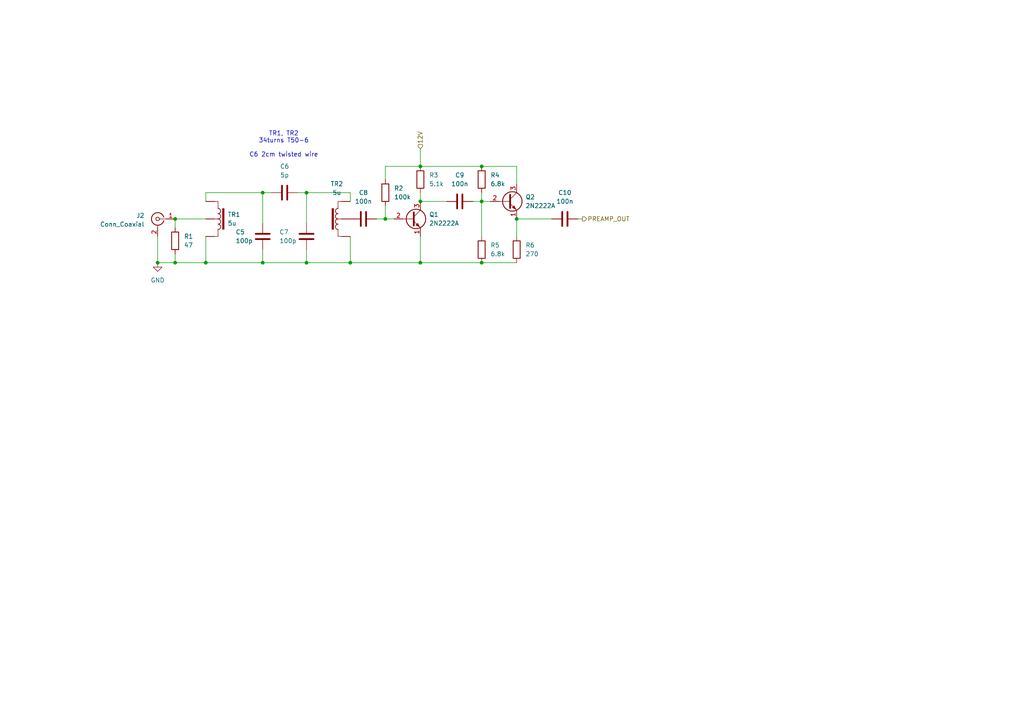
<source format=kicad_sch>
(kicad_sch (version 20250114) (generator "eeschema") (generator_version "9.0")
  (paper "A4")
  (lib_symbols
    (symbol "Connector:Conn_Coaxial" (pin_names (offset 1.016) (hide yes))
      (property "Reference" "J" (at 0.254 3.048 0))
      (property "Value" "Conn_Coaxial" (at 2.921 0 90))
      (symbol "Conn_Coaxial_0_1"
        (polyline (pts (xy -2.54 0) (xy -0.508 0)))
        (arc (start 1.778 0) (mid 0.222 -1.8079) (end -1.778 -0.508) (stroke (width 0.254)))
        (arc (start -1.778 0.508) (mid 0.2221 1.8084) (end 1.778 0) (stroke (width 0.254)))
        (circle (center 0 0) (radius 0.508) (stroke (width 0.2032)))
        (polyline (pts (xy 0 -2.54) (xy 0 -1.778)))
      )
      (symbol "Conn_Coaxial_1_1"
        (pin passive line (at -5.08 0 0) (length 2.54) (name "In") (number "1"))
        (pin passive line (at 0 -5.08 90) (length 2.54) (name "Ext") (number "2"))
      )
    )
    (symbol "Device:C" (pin_numbers (hide yes)) (pin_names (offset 0.254))
      (property "Reference" "C" (at 0.635 2.54 0))
      (property "Value" "C" (at 0.635 -2.54 0))
      (symbol "C_0_1"
        (polyline (pts (xy -2.032 0.762) (xy 2.032 0.762)) (stroke (width 0.508)))
        (polyline (pts (xy -2.032 -0.762) (xy 2.032 -0.762)) (stroke (width 0.508)))
      )
      (symbol "C_1_1"
        (pin passive line (at 0 3.81 270) (length 2.794) (name "~") (number "1"))
        (pin passive line (at 0 -3.81 90) (length 2.794) (name "~") (number "2"))
      )
    )
    (symbol "Device:R" (pin_numbers (hide yes)) (pin_names (offset 0))
      (property "Reference" "R" (at 2.032 0 90))
      (property "Value" "R" (at 0 0 90))
      (symbol "R_0_1"
        (rectangle (start -1.016 -2.54) (end 1.016 2.54) (stroke (width 0.254)))
      )
      (symbol "R_1_1"
        (pin passive line (at 0 3.81 270) (length 1.27) (name "~") (number "1"))
        (pin passive line (at 0 -3.81 90) (length 1.27) (name "~") (number "2"))
      )
    )
    (symbol "SDRLibrary:AUTOTRANSFORMER" (pin_numbers (hide yes)) (pin_names (offset 0))
      (property "Reference" "TR" (at 0 6.35 0))
      (property "Value" "AUTOTRANSFORMER" (at 0 -6.35 0))
      (symbol "AUTOTRANSFORMER_0_1"
        (polyline (pts (xy -2.54 5.08) (xy -1.524 5.08) (xy -1.524 3.048)) (stroke (width 0.1524)))
        (arc (start -1.524 3.048) (mid -0.7653 2.286) (end -1.524 1.524) (stroke (width 0.2032)))
        (arc (start -1.524 1.524) (mid -0.7653 0.762) (end -1.524 0) (stroke (width 0.2032)))
        (arc (start -1.524 0) (mid -0.7653 -0.762) (end -1.524 -1.524) (stroke (width 0.2032)))
        (arc (start -1.524 -1.524) (mid -0.7653 -2.286) (end -1.524 -3.048) (stroke (width 0.2032)))
        (polyline (pts (xy -1.524 0) (xy -2.54 0)) (fill (type outline)))
        (polyline (pts (xy -1.524 -3.048) (xy -1.524 -5.08) (xy -2.54 -5.08)) (stroke (width 0.1524)))
        (rectangle (start -0.254 3.048) (end 0.254 -3.048) (stroke (width 0.0254)) (fill (type outline)))
      )
      (symbol "AUTOTRANSFORMER_1_1"
        (pin passive line (at -5.08 5.08 0) (length 2.54) (name "~") (number "1"))
        (pin passive line (at -5.08 0 0) (length 2.54) (name "~") (number "2"))
        (pin passive line (at -5.08 -5.08 0) (length 2.54) (name "~") (number "3"))
      )
    )
    (symbol "Transistor_BJT:Q_NPN_EBC" (pin_names (offset 0) (hide yes))
      (property "Reference" "Q" (at 5.08 1.27 0))
      (property "Value" "Q_NPN_EBC" (at 5.08 -1.27 0))
      (symbol "Q_NPN_EBC_0_1"
        (polyline (pts (xy -2.54 0) (xy 0.635 0)))
        (polyline (pts (xy 0.635 1.905) (xy 0.635 -1.905)) (stroke (width 0.508)))
        (circle (center 1.27 0) (radius 2.8194) (stroke (width 0.254)))
      )
      (symbol "Q_NPN_EBC_1_1"
        (polyline (pts (xy 0.635 0.635) (xy 2.54 2.54)))
        (polyline (pts (xy 0.635 -0.635) (xy 2.54 -2.54)))
        (polyline (pts (xy 1.27 -1.778) (xy 1.778 -1.27) (xy 2.286 -2.286) (xy 1.27 -1.778)) (fill (type outline)))
        (pin input line (at -5.08 0 0) (length 2.54) (name "B") (number "2"))
        (pin passive line (at 2.54 5.08 270) (length 2.54) (name "C") (number "3"))
        (pin passive line (at 2.54 -5.08 90) (length 2.54) (name "E") (number "1"))
      )
    )
    (symbol "power:GND" (power) (pin_numbers (hide yes)) (pin_names (offset 0) (hide yes))
      (property "Value" "GND" (at 0 -3.81 0))
      (symbol "GND_0_1"
        (polyline (pts (xy 0 0) (xy 0 -1.27) (xy 1.27 -1.27) (xy 0 -2.54) (xy -1.27 -1.27) (xy 0 -1.27)))
      )
      (symbol "GND_1_1"
        (pin power_in line (at 0 0 270) (length 0) (name "~") (number "1"))
      )
    )
  )
  (text "TR1, TR2\n34turns T50-6\n\nC6 2cm twisted wire" (at 82.296 41.91 0) (effects (font (size 1.27 1.27))))
  (junction (at 50.8 63.5))
  (junction (at 88.9 55.88))
  (junction (at 76.2 76.2))
  (junction (at 76.2 55.88))
  (junction (at 59.69 76.2))
  (junction (at 121.92 58.42))
  (junction (at 121.92 48.26))
  (junction (at 50.8 76.2))
  (junction (at 149.86 63.5))
  (junction (at 139.7 58.42))
  (junction (at 88.9 76.2))
  (junction (at 139.7 48.26))
  (junction (at 45.72 76.2))
  (junction (at 139.7 76.2))
  (junction (at 121.92 76.2))
  (junction (at 111.76 63.5))
  (junction (at 101.6 76.2))
  (wire (pts (xy 139.7 76.2) (xy 149.86 76.2)))
  (wire (pts (xy 76.2 55.88) (xy 76.2 64.77)))
  (wire (pts (xy 101.6 68.58) (xy 101.6 76.2)))
  (wire (pts (xy 111.76 52.07) (xy 111.76 48.26)))
  (wire (pts (xy 111.76 63.5) (xy 109.22 63.5)))
  (wire (pts (xy 59.69 55.88) (xy 76.2 55.88)))
  (wire (pts (xy 121.92 43.18) (xy 121.92 48.26)))
  (wire (pts (xy 88.9 55.88) (xy 86.36 55.88)))
  (wire (pts (xy 88.9 64.77) (xy 88.9 55.88)))
  (wire (pts (xy 101.6 55.88) (xy 101.6 58.42)))
  (wire (pts (xy 88.9 55.88) (xy 101.6 55.88)))
  (wire (pts (xy 88.9 76.2) (xy 101.6 76.2)))
  (wire (pts (xy 121.92 58.42) (xy 129.54 58.42)))
  (wire (pts (xy 149.86 48.26) (xy 139.7 48.26)))
  (wire (pts (xy 59.69 76.2) (xy 76.2 76.2)))
  (wire (pts (xy 121.92 76.2) (xy 139.7 76.2)))
  (wire (pts (xy 142.24 58.42) (xy 139.7 58.42)))
  (wire (pts (xy 50.8 63.5) (xy 59.69 63.5)))
  (wire (pts (xy 121.92 76.2) (xy 101.6 76.2)))
  (wire (pts (xy 76.2 72.39) (xy 76.2 76.2)))
  (wire (pts (xy 50.8 63.5) (xy 50.8 66.04)))
  (wire (pts (xy 50.8 76.2) (xy 59.69 76.2)))
  (wire (pts (xy 149.86 68.58) (xy 149.86 63.5)))
  (wire (pts (xy 50.8 73.66) (xy 50.8 76.2)))
  (wire (pts (xy 137.16 58.42) (xy 139.7 58.42)))
  (wire (pts (xy 88.9 72.39) (xy 88.9 76.2)))
  (wire (pts (xy 149.86 53.34) (xy 149.86 48.26)))
  (wire (pts (xy 160.02 63.5) (xy 149.86 63.5)))
  (wire (pts (xy 76.2 76.2) (xy 88.9 76.2)))
  (wire (pts (xy 139.7 58.42) (xy 139.7 68.58)))
  (wire (pts (xy 59.69 58.42) (xy 59.69 55.88)))
  (wire (pts (xy 114.3 63.5) (xy 111.76 63.5)))
  (wire (pts (xy 139.7 55.88) (xy 139.7 58.42)))
  (wire (pts (xy 121.92 55.88) (xy 121.92 58.42)))
  (wire (pts (xy 111.76 48.26) (xy 121.92 48.26)))
  (wire (pts (xy 78.74 55.88) (xy 76.2 55.88)))
  (wire (pts (xy 59.69 76.2) (xy 59.69 68.58)))
  (wire (pts (xy 45.72 68.58) (xy 45.72 76.2)))
  (wire (pts (xy 111.76 59.69) (xy 111.76 63.5)))
  (wire (pts (xy 121.92 48.26) (xy 139.7 48.26)))
  (wire (pts (xy 50.8 76.2) (xy 45.72 76.2)))
  (wire (pts (xy 121.92 68.58) (xy 121.92 76.2)))
  (wire (pts (xy 167.64 63.5) (xy 168.91 63.5)))
  (hierarchical_label "PREAMP_OUT" (shape output) (at 168.91 63.5 0))
  (hierarchical_label "12V" (shape input) (at 121.92 43.18 90))
  (symbol (lib_id "SDRLibrary:AUTOTRANSFORMER") (at 96.52 63.5 0) (mirror y) (unit 1)
    (property "Reference" "TR2" (at 97.6947 53.34 0))
    (property "Value" "5u" (at 97.6947 55.88 0))
  )
  (symbol (lib_id "Device:R") (at 111.76 55.88 0) (unit 1)
    (property "Reference" "R2" (at 114.3 54.6099 0) (effects (justify left)))
    (property "Value" "100k" (at 114.3 57.1499 0) (effects (justify left)))
    (property "Description" "Resistor" (effects (hide yes)))
  )
  (symbol (lib_id "Device:R") (at 50.8 69.85 0) (unit 1)
    (property "Reference" "R1" (at 53.34 68.5799 0) (effects (justify left)))
    (property "Value" "47" (at 53.34 71.1199 0) (effects (justify left)))
    (property "Description" "Resistor" (effects (hide yes)))
  )
  (symbol (lib_id "Transistor_BJT:Q_NPN_EBC") (at 119.38 63.5 0) (unit 1)
    (property "Reference" "Q1" (at 124.46 62.2299 0) (effects (justify left)))
    (property "Value" "2N2222A" (at 124.46 64.7699 0) (effects (justify left)))
    (property "Description" "NPN transistor, emitter/base/collector" (effects (hide yes)))
  )
  (symbol (lib_id "Device:C") (at 133.35 58.42 90) (unit 1)
    (property "Reference" "C9" (at 133.35 50.8 90))
    (property "Value" "100n" (at 133.35 53.34 90))
    (property "Description" "Unpolarized capacitor" (effects (hide yes)))
  )
  (symbol (lib_id "Device:R") (at 139.7 52.07 0) (unit 1)
    (property "Reference" "R4" (at 142.24 50.7999 0) (effects (justify left)))
    (property "Value" "6.8k" (at 142.24 53.3399 0) (effects (justify left)))
    (property "Description" "Resistor" (effects (hide yes)))
  )
  (symbol (lib_id "Device:C") (at 82.55 55.88 90) (unit 1)
    (property "Reference" "C6" (at 82.55 48.26 90))
    (property "Value" "5p" (at 82.55 50.8 90))
    (property "Description" "Unpolarized capacitor" (effects (hide yes)))
  )
  (symbol (lib_id "Connector:Conn_Coaxial") (at 45.72 63.5 0) (mirror y) (unit 1)
    (property "Reference" "J2" (at 41.91 62.5231 0) (effects (justify left)))
    (property "Value" "Conn_Coaxial" (at 41.91 65.0631 0) (effects (justify left)))
    (property "Description" "coaxial connector (BNC, SMA, SMB, SMC, Cinch/RCA, LEMO, ...)" (effects (hide yes)))
  )
  (symbol (lib_id "Device:C") (at 163.83 63.5 90) (unit 1)
    (property "Reference" "C10" (at 163.83 55.88 90))
    (property "Value" "100n" (at 163.83 58.42 90))
    (property "Description" "Unpolarized capacitor" (effects (hide yes)))
  )
  (symbol (lib_id "Device:R") (at 121.92 52.07 0) (unit 1)
    (property "Reference" "R3" (at 124.46 50.7999 0) (effects (justify left)))
    (property "Value" "5.1k" (at 124.46 53.3399 0) (effects (justify left)))
    (property "Description" "Resistor" (effects (hide yes)))
  )
  (symbol (lib_id "Device:C") (at 105.41 63.5 90) (unit 1)
    (property "Reference" "C8" (at 105.41 55.88 90))
    (property "Value" "100n" (at 105.41 58.42 90))
    (property "Description" "Unpolarized capacitor" (effects (hide yes)))
  )
  (symbol (lib_id "Device:C") (at 76.2 68.58 0) (unit 1)
    (property "Reference" "C5" (at 68.326 67.31 0) (effects (justify left)))
    (property "Value" "100p" (at 68.326 69.85 0) (effects (justify left)))
    (property "Description" "Unpolarized capacitor" (effects (hide yes)))
  )
  (symbol (lib_id "Transistor_BJT:Q_NPN_EBC") (at 147.32 58.42 0) (unit 1)
    (property "Reference" "Q2" (at 152.4 57.1499 0) (effects (justify left)))
    (property "Value" "2N2222A" (at 152.4 59.6899 0) (effects (justify left)))
    (property "Description" "NPN transistor, emitter/base/collector" (effects (hide yes)))
  )
  (symbol (lib_id "Device:C") (at 88.9 68.58 0) (unit 1)
    (property "Reference" "C7" (at 81.026 67.31 0) (effects (justify left)))
    (property "Value" "100p" (at 81.026 69.85 0) (effects (justify left)))
    (property "Description" "Unpolarized capacitor" (effects (hide yes)))
  )
  (symbol (lib_id "power:GND") (at 45.72 76.2 0) (unit 1)
    (property "Reference" "#PWR02" (effects (hide yes)))
    (property "Value" "GND" (at 45.72 81.28 0))
    (property "Description" "Power symbol creates a global label with name \"GND\" , ground" (effects (hide yes)))
  )
  (symbol (lib_id "SDRLibrary:AUTOTRANSFORMER") (at 64.77 63.5 0) (unit 1)
    (property "Reference" "TR1" (at 66.04 62.2299 0) (effects (justify left)))
    (property "Value" "5u" (at 66.04 64.7699 0) (effects (justify left)))
  )
  (symbol (lib_id "Device:R") (at 149.86 72.39 0) (unit 1)
    (property "Reference" "R6" (at 152.4 71.1199 0) (effects (justify left)))
    (property "Value" "270" (at 152.4 73.6599 0) (effects (justify left)))
    (property "Description" "Resistor" (effects (hide yes)))
  )
  (symbol (lib_id "Device:R") (at 139.7 72.39 0) (unit 1)
    (property "Reference" "R5" (at 142.24 71.1199 0) (effects (justify left)))
    (property "Value" "6.8k" (at 142.24 73.6599 0) (effects (justify left)))
    (property "Description" "Resistor" (effects (hide yes)))
  )
)
</source>
